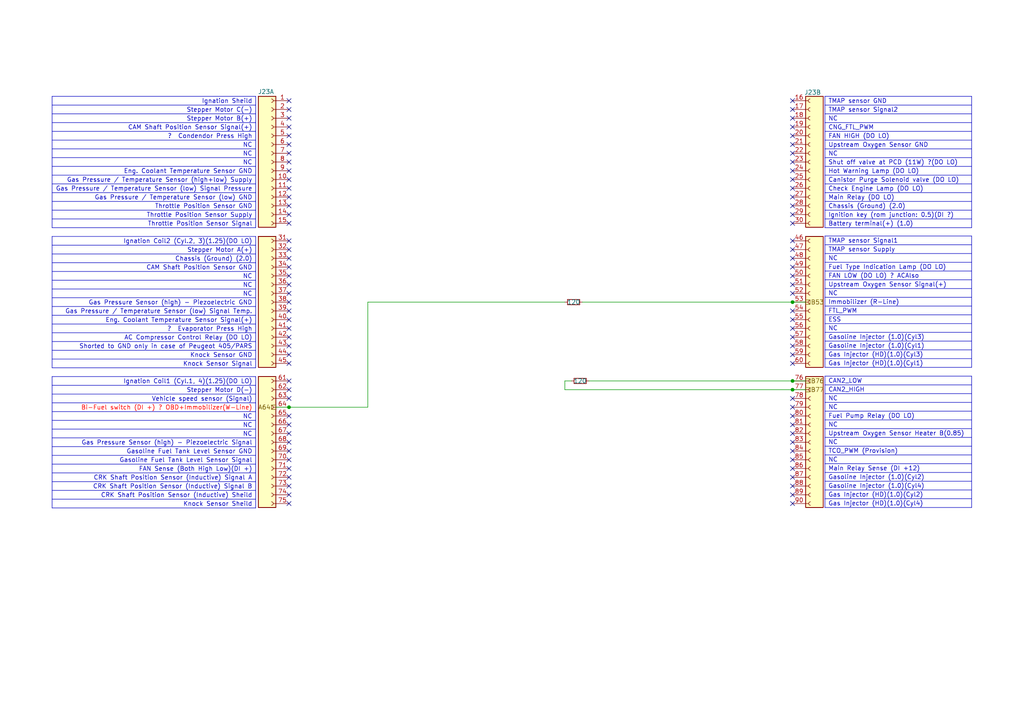
<source format=kicad_sch>
(kicad_sch (version 20250114) (generator "eeschema") (generator_version "9.0")
  (paper "A4")
  (lib_symbols
    (symbol "Conn_01x90_3Row_Socket_1" (pin_names (offset 1.016) (hide yes))
      (property "Reference" "J" (at 1.524 60.833 0))
      (property "Value" "Conn_01x90_3Row_Socket" (at 1.397 -61.214 0))
      (symbol "Conn_01x90_3Row_Socket_1_1_1"
        (pin passive line (at -4.318 58.42 0) (length 3.81) (name "A1") (number "1"))
        (pin passive line (at -4.318 55.88 0) (length 3.81) (name "A2") (number "2"))
        (pin passive line (at -4.318 53.34 0) (length 3.81) (name "A3") (number "3"))
        (pin passive line (at -4.318 50.8 0) (length 3.81) (name "A4") (number "4"))
        (pin passive line (at -4.318 48.26 0) (length 3.81) (name "A5") (number "5"))
        (pin passive line (at -4.318 45.72 0) (length 3.81) (name "A6") (number "6"))
        (pin passive line (at -4.318 43.18 0) (length 3.81) (name "A7") (number "7"))
        (pin passive line (at -4.318 40.64 0) (length 3.81) (name "A8") (number "8"))
        (pin passive line (at -4.318 38.1 0) (length 3.81) (name "A9") (number "9"))
        (pin passive line (at -4.318 35.56 0) (length 3.81) (name "A10") (number "10"))
        (pin passive line (at -4.318 33.02 0) (length 3.81) (name "A11") (number "11"))
        (pin passive line (at -4.318 30.48 0) (length 3.81) (name "A12") (number "12"))
        (pin passive line (at -4.318 27.94 0) (length 3.81) (name "A13") (number "13"))
        (pin passive line (at -4.318 25.4 0) (length 3.81) (name "A14") (number "14"))
        (pin passive line (at -4.318 22.86 0) (length 3.81) (name "A15") (number "15"))
        (pin passive line (at -4.318 17.78 0) (length 3.81) (name "A31") (number "31"))
        (pin passive line (at -4.318 15.24 0) (length 3.81) (name "A32") (number "32"))
        (pin passive line (at -4.318 12.7 0) (length 3.81) (name "A33") (number "33"))
        (pin passive line (at -4.318 10.16 0) (length 3.81) (name "A34") (number "34"))
        (pin passive line (at -4.318 7.62 0) (length 3.81) (name "A35") (number "35"))
        (pin passive line (at -4.318 5.08 0) (length 3.81) (name "A36") (number "36"))
        (pin passive line (at -4.318 2.54 0) (length 3.81) (name "A37") (number "37"))
        (pin passive line (at -4.318 0 0) (length 3.81) (name "A38") (number "38"))
        (pin passive line (at -4.318 -2.54 0) (length 3.81) (name "A39") (number "39"))
        (pin passive line (at -4.318 -5.08 0) (length 3.81) (name "A40") (number "40"))
        (pin passive line (at -4.318 -7.62 0) (length 3.81) (name "A41") (number "41"))
        (pin passive line (at -4.318 -10.16 0) (length 3.81) (name "A42") (number "42"))
        (pin passive line (at -4.318 -12.7 0) (length 3.81) (name "A43") (number "43"))
        (pin passive line (at -4.318 -15.24 0) (length 3.81) (name "A44") (number "44"))
        (pin passive line (at -4.318 -17.78 0) (length 3.81) (name "A45") (number "45"))
        (pin passive line (at -4.318 -22.86 0) (length 3.81) (name "A61") (number "61"))
        (pin passive line (at -4.318 -25.4 0) (length 3.81) (name "A62") (number "62"))
        (pin passive line (at -4.318 -27.94 0) (length 3.81) (name "A63") (number "63"))
        (pin passive line (at -4.318 -30.48 0) (length 3.81) (name "A64") (number "64"))
        (pin passive line (at -4.318 -33.02 0) (length 3.81) (name "A65") (number "65"))
        (pin passive line (at -4.318 -35.56 0) (length 3.81) (name "A66") (number "66"))
        (pin passive line (at -4.318 -38.1 0) (length 3.81) (name "A67") (number "67"))
        (pin passive line (at -4.318 -40.64 0) (length 3.81) (name "A68") (number "68"))
        (pin passive line (at -4.318 -43.18 0) (length 3.81) (name "A69") (number "69"))
        (pin passive line (at -4.318 -45.72 0) (length 3.81) (name "A70") (number "70"))
        (pin passive line (at -4.318 -48.26 0) (length 3.81) (name "A71") (number "71"))
        (pin passive line (at -4.318 -50.8 0) (length 3.81) (name "A72") (number "72"))
        (pin passive line (at -4.318 -53.34 0) (length 3.81) (name "A73") (number "73"))
        (pin passive line (at -4.318 -55.88 0) (length 3.81) (name "A74") (number "74"))
        (pin passive line (at -4.318 -58.42 0) (length 3.81) (name "A75") (number "75"))
      )
      (symbol "Conn_01x90_3Row_Socket_1_2_1"
        (pin passive line (at -4.318 58.42 0) (length 3.81) (name "B16") (number "16"))
        (pin passive line (at -4.318 55.88 0) (length 3.81) (name "B17") (number "17"))
        (pin passive line (at -4.318 53.34 0) (length 3.81) (name "B18") (number "18"))
        (pin passive line (at -4.318 50.8 0) (length 3.81) (name "B19") (number "19"))
        (pin passive line (at -4.318 48.26 0) (length 3.81) (name "B20") (number "20"))
        (pin passive line (at -4.318 45.72 0) (length 3.81) (name "B21") (number "21"))
        (pin passive line (at -4.318 43.18 0) (length 3.81) (name "B22") (number "22"))
        (pin passive line (at -4.318 40.64 0) (length 3.81) (name "B23") (number "23"))
        (pin passive line (at -4.318 38.1 0) (length 3.81) (name "B24") (number "24"))
        (pin passive line (at -4.318 35.56 0) (length 3.81) (name "B25") (number "25"))
        (pin passive line (at -4.318 33.02 0) (length 3.81) (name "B26") (number "26"))
        (pin passive line (at -4.318 30.48 0) (length 3.81) (name "B27") (number "27"))
        (pin passive line (at -4.318 27.94 0) (length 3.81) (name "B28") (number "28"))
        (pin passive line (at -4.318 25.4 0) (length 3.81) (name "B29") (number "29"))
        (pin passive line (at -4.318 22.86 0) (length 3.81) (name "B30") (number "30"))
        (pin passive line (at -4.318 17.78 0) (length 3.81) (name "B46") (number "46"))
        (pin passive line (at -4.318 15.24 0) (length 3.81) (name "B47") (number "47"))
        (pin passive line (at -4.318 12.7 0) (length 3.81) (name "B48") (number "48"))
        (pin passive line (at -4.318 10.16 0) (length 3.81) (name "B49") (number "49"))
        (pin passive line (at -4.318 7.62 0) (length 3.81) (name "B50") (number "50"))
        (pin passive line (at -4.318 5.08 0) (length 3.81) (name "B51") (number "51"))
        (pin passive line (at -4.318 2.54 0) (length 3.81) (name "B52") (number "52"))
        (pin passive line (at -4.318 0 0) (length 3.81) (name "B53") (number "53"))
        (pin passive line (at -4.318 -2.54 0) (length 3.81) (name "B54") (number "54"))
        (pin passive line (at -4.318 -5.08 0) (length 3.81) (name "B55") (number "55"))
        (pin passive line (at -4.318 -7.62 0) (length 3.81) (name "B56") (number "56"))
        (pin passive line (at -4.318 -10.16 0) (length 3.81) (name "B57") (number "57"))
        (pin passive line (at -4.318 -12.7 0) (length 3.81) (name "B58") (number "58"))
        (pin passive line (at -4.318 -15.24 0) (length 3.81) (name "B59") (number "59"))
        (pin passive line (at -4.318 -17.78 0) (length 3.81) (name "B60") (number "60"))
        (pin passive line (at -4.318 -22.86 0) (length 3.81) (name "B76") (number "76"))
        (pin passive line (at -4.318 -25.4 0) (length 3.81) (name "B77") (number "77"))
        (pin passive line (at -4.318 -27.94 0) (length 3.81) (name "B78") (number "78"))
        (pin passive line (at -4.318 -30.48 0) (length 3.81) (name "B79") (number "79"))
        (pin passive line (at -4.318 -33.02 0) (length 3.81) (name "B80") (number "80"))
        (pin passive line (at -4.318 -35.56 0) (length 3.81) (name "B81") (number "81"))
        (pin passive line (at -4.318 -38.1 0) (length 3.81) (name "B82") (number "82"))
        (pin passive line (at -4.318 -40.64 0) (length 3.81) (name "B83") (number "83"))
        (pin passive line (at -4.318 -43.18 0) (length 3.81) (name "B84") (number "84"))
        (pin passive line (at -4.318 -45.72 0) (length 3.81) (name "B85") (number "85"))
        (pin passive line (at -4.318 -48.26 0) (length 3.81) (name "B86") (number "86"))
        (pin passive line (at -4.318 -50.8 0) (length 3.81) (name "B87") (number "87"))
        (pin passive line (at -4.318 -53.34 0) (length 3.81) (name "B88") (number "88"))
        (pin passive line (at -4.318 -55.88 0) (length 3.81) (name "B89") (number "89"))
        (pin passive line (at -4.318 -58.42 0) (length 3.81) (name "B90") (number "90"))
      )
    )
    (symbol "Device:R_Small" (pin_numbers (hide yes)) (pin_names (offset 0.254) (hide yes))
      (property "Reference" "R" (at 0 0 90))
      (property "Value" "R_Small" (at 1.778 0 90))
      (symbol "R_Small_1_1"
        (pin passive line (at 0 2.54 270) (length 0.762) (name "~") (number "1"))
        (pin passive line (at 0 -2.54 90) (length 0.762) (name "~") (number "2"))
      )
    )
    (symbol "sicma_socket:Conn_01x90_3Row_Socket" (pin_names (offset 1.016) (hide yes))
      (property "Reference" "J" (at 1.524 60.833 0))
      (property "Value" "Conn_01x90_3Row_Socket" (at 1.397 -61.214 0))
      (symbol "Conn_01x90_3Row_Socket_1_1"
        (pin passive line (at -4.318 58.42 0) (length 3.81) (name "A1") (number "1"))
        (pin passive line (at -4.318 55.88 0) (length 3.81) (name "A2") (number "2"))
        (pin passive line (at -4.318 53.34 0) (length 3.81) (name "A3") (number "3"))
        (pin passive line (at -4.318 50.8 0) (length 3.81) (name "A4") (number "4"))
        (pin passive line (at -4.318 48.26 0) (length 3.81) (name "A5") (number "5"))
        (pin passive line (at -4.318 45.72 0) (length 3.81) (name "A6") (number "6"))
        (pin passive line (at -4.318 43.18 0) (length 3.81) (name "A7") (number "7"))
        (pin passive line (at -4.318 40.64 0) (length 3.81) (name "A8") (number "8"))
        (pin passive line (at -4.318 38.1 0) (length 3.81) (name "A9") (number "9"))
        (pin passive line (at -4.318 35.56 0) (length 3.81) (name "A10") (number "10"))
        (pin passive line (at -4.318 33.02 0) (length 3.81) (name "A11") (number "11"))
        (pin passive line (at -4.318 30.48 0) (length 3.81) (name "A12") (number "12"))
        (pin passive line (at -4.318 27.94 0) (length 3.81) (name "A13") (number "13"))
        (pin passive line (at -4.318 25.4 0) (length 3.81) (name "A14") (number "14"))
        (pin passive line (at -4.318 22.86 0) (length 3.81) (name "A15") (number "15"))
        (pin passive line (at -4.318 17.78 0) (length 3.81) (name "A31") (number "31"))
        (pin passive line (at -4.318 15.24 0) (length 3.81) (name "A32") (number "32"))
        (pin passive line (at -4.318 12.7 0) (length 3.81) (name "A33") (number "33"))
        (pin passive line (at -4.318 10.16 0) (length 3.81) (name "A34") (number "34"))
        (pin passive line (at -4.318 7.62 0) (length 3.81) (name "A35") (number "35"))
        (pin passive line (at -4.318 5.08 0) (length 3.81) (name "A36") (number "36"))
        (pin passive line (at -4.318 2.54 0) (length 3.81) (name "A37") (number "37"))
        (pin passive line (at -4.318 0 0) (length 3.81) (name "A38") (number "38"))
        (pin passive line (at -4.318 -2.54 0) (length 3.81) (name "A39") (number "39"))
        (pin passive line (at -4.318 -5.08 0) (length 3.81) (name "A40") (number "40"))
        (pin passive line (at -4.318 -7.62 0) (length 3.81) (name "A41") (number "41"))
        (pin passive line (at -4.318 -10.16 0) (length 3.81) (name "A42") (number "42"))
        (pin passive line (at -4.318 -12.7 0) (length 3.81) (name "A43") (number "43"))
        (pin passive line (at -4.318 -15.24 0) (length 3.81) (name "A44") (number "44"))
        (pin passive line (at -4.318 -17.78 0) (length 3.81) (name "A45") (number "45"))
        (pin passive line (at -4.318 -22.86 0) (length 3.81) (name "A61") (number "61"))
        (pin passive line (at -4.318 -25.4 0) (length 3.81) (name "A62") (number "62"))
        (pin passive line (at -4.318 -27.94 0) (length 3.81) (name "A63") (number "63"))
        (pin passive line (at -4.318 -30.48 0) (length 3.81) (name "A64") (number "64"))
        (pin passive line (at -4.318 -33.02 0) (length 3.81) (name "A65") (number "65"))
        (pin passive line (at -4.318 -35.56 0) (length 3.81) (name "A66") (number "66"))
        (pin passive line (at -4.318 -38.1 0) (length 3.81) (name "A67") (number "67"))
        (pin passive line (at -4.318 -40.64 0) (length 3.81) (name "A68") (number "68"))
        (pin passive line (at -4.318 -43.18 0) (length 3.81) (name "A69") (number "69"))
        (pin passive line (at -4.318 -45.72 0) (length 3.81) (name "A70") (number "70"))
        (pin passive line (at -4.318 -48.26 0) (length 3.81) (name "A71") (number "71"))
        (pin passive line (at -4.318 -50.8 0) (length 3.81) (name "A72") (number "72"))
        (pin passive line (at -4.318 -53.34 0) (length 3.81) (name "A73") (number "73"))
        (pin passive line (at -4.318 -55.88 0) (length 3.81) (name "A74") (number "74"))
        (pin passive line (at -4.318 -58.42 0) (length 3.81) (name "A75") (number "75"))
      )
      (symbol "Conn_01x90_3Row_Socket_2_1"
        (pin passive line (at -4.318 58.42 0) (length 3.81) (name "B16") (number "16"))
        (pin passive line (at -4.318 55.88 0) (length 3.81) (name "B17") (number "17"))
        (pin passive line (at -4.318 53.34 0) (length 3.81) (name "B18") (number "18"))
        (pin passive line (at -4.318 50.8 0) (length 3.81) (name "B19") (number "19"))
        (pin passive line (at -4.318 48.26 0) (length 3.81) (name "B20") (number "20"))
        (pin passive line (at -4.318 45.72 0) (length 3.81) (name "B21") (number "21"))
        (pin passive line (at -4.318 43.18 0) (length 3.81) (name "B22") (number "22"))
        (pin passive line (at -4.318 40.64 0) (length 3.81) (name "B23") (number "23"))
        (pin passive line (at -4.318 38.1 0) (length 3.81) (name "B24") (number "24"))
        (pin passive line (at -4.318 35.56 0) (length 3.81) (name "B25") (number "25"))
        (pin passive line (at -4.318 33.02 0) (length 3.81) (name "B26") (number "26"))
        (pin passive line (at -4.318 30.48 0) (length 3.81) (name "B27") (number "27"))
        (pin passive line (at -4.318 27.94 0) (length 3.81) (name "B28") (number "28"))
        (pin passive line (at -4.318 25.4 0) (length 3.81) (name "B29") (number "29"))
        (pin passive line (at -4.318 22.86 0) (length 3.81) (name "B30") (number "30"))
        (pin passive line (at -4.318 17.78 0) (length 3.81) (name "B46") (number "46"))
        (pin passive line (at -4.318 15.24 0) (length 3.81) (name "B47") (number "47"))
        (pin passive line (at -4.318 12.7 0) (length 3.81) (name "B48") (number "48"))
        (pin passive line (at -4.318 10.16 0) (length 3.81) (name "B49") (number "49"))
        (pin passive line (at -4.318 7.62 0) (length 3.81) (name "B50") (number "50"))
        (pin passive line (at -4.318 5.08 0) (length 3.81) (name "B51") (number "51"))
        (pin passive line (at -4.318 2.54 0) (length 3.81) (name "B52") (number "52"))
        (pin passive line (at -4.318 0 0) (length 3.81) (name "B53") (number "53"))
        (pin passive line (at -4.318 -2.54 0) (length 3.81) (name "B54") (number "54"))
        (pin passive line (at -4.318 -5.08 0) (length 3.81) (name "B55") (number "55"))
        (pin passive line (at -4.318 -7.62 0) (length 3.81) (name "B56") (number "56"))
        (pin passive line (at -4.318 -10.16 0) (length 3.81) (name "B57") (number "57"))
        (pin passive line (at -4.318 -12.7 0) (length 3.81) (name "B58") (number "58"))
        (pin passive line (at -4.318 -15.24 0) (length 3.81) (name "B59") (number "59"))
        (pin passive line (at -4.318 -17.78 0) (length 3.81) (name "B60") (number "60"))
        (pin passive line (at -4.318 -22.86 0) (length 3.81) (name "B76") (number "76"))
        (pin passive line (at -4.318 -25.4 0) (length 3.81) (name "B77") (number "77"))
        (pin passive line (at -4.318 -27.94 0) (length 3.81) (name "B78") (number "78"))
        (pin passive line (at -4.318 -30.48 0) (length 3.81) (name "B79") (number "79"))
        (pin passive line (at -4.318 -33.02 0) (length 3.81) (name "B80") (number "80"))
        (pin passive line (at -4.318 -35.56 0) (length 3.81) (name "B81") (number "81"))
        (pin passive line (at -4.318 -38.1 0) (length 3.81) (name "B82") (number "82"))
        (pin passive line (at -4.318 -40.64 0) (length 3.81) (name "B83") (number "83"))
        (pin passive line (at -4.318 -43.18 0) (length 3.81) (name "B84") (number "84"))
        (pin passive line (at -4.318 -45.72 0) (length 3.81) (name "B85") (number "85"))
        (pin passive line (at -4.318 -48.26 0) (length 3.81) (name "B86") (number "86"))
        (pin passive line (at -4.318 -50.8 0) (length 3.81) (name "B87") (number "87"))
        (pin passive line (at -4.318 -53.34 0) (length 3.81) (name "B88") (number "88"))
        (pin passive line (at -4.318 -55.88 0) (length 3.81) (name "B89") (number "89"))
        (pin passive line (at -4.318 -58.42 0) (length 3.81) (name "B90") (number "90"))
      )
    )
  )
  (junction (at 229.87 113.03))
  (junction (at 83.82 118.11))
  (junction (at 229.87 110.49))
  (junction (at 229.87 87.63))
  (no_connect (at 83.82 130.81))
  (no_connect (at 229.87 29.21))
  (no_connect (at 229.87 82.55))
  (no_connect (at 83.82 138.43))
  (no_connect (at 83.82 62.23))
  (no_connect (at 229.87 92.71))
  (no_connect (at 229.87 57.15))
  (no_connect (at 83.82 36.83))
  (no_connect (at 229.87 118.11))
  (no_connect (at 229.87 105.41))
  (no_connect (at 229.87 128.27))
  (no_connect (at 229.87 31.75))
  (no_connect (at 229.87 135.89))
  (no_connect (at 83.82 74.93))
  (no_connect (at 229.87 64.77))
  (no_connect (at 83.82 90.17))
  (no_connect (at 229.87 36.83))
  (no_connect (at 83.82 95.25))
  (no_connect (at 83.82 125.73))
  (no_connect (at 83.82 34.29))
  (no_connect (at 83.82 97.79))
  (no_connect (at 229.87 90.17))
  (no_connect (at 229.87 85.09))
  (no_connect (at 229.87 34.29))
  (no_connect (at 229.87 80.01))
  (no_connect (at 83.82 87.63))
  (no_connect (at 229.87 120.65))
  (no_connect (at 83.82 31.75))
  (no_connect (at 83.82 52.07))
  (no_connect (at 229.87 62.23))
  (no_connect (at 83.82 92.71))
  (no_connect (at 83.82 44.45))
  (no_connect (at 229.87 138.43))
  (no_connect (at 229.87 39.37))
  (no_connect (at 83.82 39.37))
  (no_connect (at 83.82 115.57))
  (no_connect (at 229.87 146.05))
  (no_connect (at 229.87 143.51))
  (no_connect (at 83.82 100.33))
  (no_connect (at 83.82 29.21))
  (no_connect (at 83.82 105.41))
  (no_connect (at 83.82 123.19))
  (no_connect (at 83.82 120.65))
  (no_connect (at 83.82 140.97))
  (no_connect (at 83.82 54.61))
  (no_connect (at 83.82 85.09))
  (no_connect (at 229.87 41.91))
  (no_connect (at 229.87 102.87))
  (no_connect (at 83.82 69.85))
  (no_connect (at 229.87 74.93))
  (no_connect (at 229.87 130.81))
  (no_connect (at 229.87 140.97))
  (no_connect (at 229.87 97.79))
  (no_connect (at 83.82 77.47))
  (no_connect (at 229.87 49.53))
  (no_connect (at 229.87 95.25))
  (no_connect (at 83.82 82.55))
  (no_connect (at 83.82 143.51))
  (no_connect (at 229.87 54.61))
  (no_connect (at 83.82 64.77))
  (no_connect (at 229.87 44.45))
  (no_connect (at 229.87 69.85))
  (no_connect (at 83.82 135.89))
  (no_connect (at 229.87 46.99))
  (no_connect (at 83.82 46.99))
  (no_connect (at 83.82 110.49))
  (no_connect (at 83.82 59.69))
  (no_connect (at 229.87 125.73))
  (no_connect (at 229.87 133.35))
  (no_connect (at 83.82 128.27))
  (no_connect (at 229.87 123.19))
  (no_connect (at 83.82 72.39))
  (no_connect (at 229.87 52.07))
  (no_connect (at 229.87 115.57))
  (no_connect (at 83.82 57.15))
  (no_connect (at 229.87 77.47))
  (no_connect (at 83.82 102.87))
  (no_connect (at 83.82 133.35))
  (no_connect (at 83.82 41.91))
  (no_connect (at 229.87 100.33))
  (no_connect (at 83.82 146.05))
  (no_connect (at 83.82 113.03))
  (no_connect (at 229.87 59.69))
  (no_connect (at 83.82 80.01))
  (no_connect (at 83.82 49.53))
  (no_connect (at 229.87 72.39))
  (wire (pts (xy 229.87 113.03) (xy 233.68 113.03)))
  (wire (pts (xy 163.83 110.49) (xy 165.735 110.49)))
  (wire (pts (xy 170.815 110.49) (xy 229.87 110.49)))
  (wire (pts (xy 229.87 110.49) (xy 233.68 110.49)))
  (wire (pts (xy 233.68 87.63) (xy 229.87 87.63)))
  (wire (pts (xy 163.83 113.03) (xy 163.83 110.49)))
  (wire (pts (xy 83.82 118.11) (xy 106.68 118.11)))
  (wire (pts (xy 163.83 113.03) (xy 229.87 113.03)))
  (wire (pts (xy 168.91 87.63) (xy 229.87 87.63)))
  (wire (pts (xy 163.83 87.63) (xy 106.68 87.63)))
  (wire (pts (xy 80.01 118.11) (xy 83.82 118.11)))
  (wire (pts (xy 106.68 87.63) (xy 106.68 118.11)))
  (table (column_count 1) (border (external yes) (header yes)) (separators (rows yes) (cols yes)) (column_widths 42.545) (row_heights 2.54 2.54 2.54 2.54 2.54 2.54 2.54 2.54 2.54 2.54 2.54 2.54 2.54 2.54 2.54) (cells (table_cell "CAN2_LOW" (at 239.268 109.093 0) (size 42.545 2.54) (margins 0.9525 0.9525 0.9525 0.9525) (span 1 1)) (table_cell "CAN2_HIGH" (at 239.268 111.633 0) (size 42.545 2.54) (margins 0.9525 0.9525 0.9525 0.9525) (span 1 1)) (table_cell "NC" (at 239.268 114.173 0) (size 42.545 2.54) (margins 0.9525 0.9525 0.9525 0.9525) (span 1 1)) (table_cell "NC" (at 239.268 116.713 0) (size 42.545 2.54) (margins 0.9525 0.9525 0.9525 0.9525) (span 1 1)) (table_cell "Fuel Pump Relay (DO LO)" (at 239.268 119.253 0) (size 42.545 2.54) (margins 0.9525 0.9525 0.9525 0.9525) (span 1 1)) (table_cell "NC" (at 239.268 121.793 0) (size 42.545 2.54) (margins 0.9525 0.9525 0.9525 0.9525) (span 1 1)) (table_cell "Upstream Oxygen Sensor Heater B(0.85)" (at 239.268 124.333 0) (size 42.545 2.54) (margins 0.9525 0.9525 0.9525 0.9525) (span 1 1)) (table_cell "NC" (at 239.268 126.873 0) (size 42.545 2.54) (margins 0.9525 0.9525 0.9525 0.9525) (span 1 1)) (table_cell "TCO_PWM (Provision)" (at 239.268 129.413 0) (size 42.545 2.54) (margins 0.9525 0.9525 0.9525 0.9525) (span 1 1)) (table_cell "NC" (at 239.268 131.953 0) (size 42.545 2.54) (margins 0.9525 0.9525 0.9525 0.9525) (span 1 1)) (table_cell "Main Relay Sense (DI +12)" (at 239.268 134.493 0) (size 42.545 2.54) (margins 0.9525 0.9525 0.9525 0.9525) (span 1 1)) (table_cell "Gasoline Injector (1.0)(Cyl2)" (at 239.268 137.033 0) (size 42.545 2.54) (margins 0.9525 0.9525 0.9525 0.9525) (span 1 1)) (table_cell "Gasoline Injector (1.0)(Cyl4)" (at 239.268 139.573 0) (size 42.545 2.54) (margins 0.9525 0.9525 0.9525 0.9525) (span 1 1)) (table_cell "Gas Injector (HD)(1.0)(Cyl2)" (at 239.268 142.113 0) (size 42.545 2.54) (margins 0.9525 0.9525 0.9525 0.9525) (span 1 1)) (table_cell "Gas Injector (HD)(1.0)(Cyl4)" (at 239.268 144.653 0) (size 42.545 2.54) (margins 0.9525 0.9525 0.9525 0.9525) (span 1 1))))
  (table (column_count 1) (border (external yes) (header no)) (separators (rows yes) (cols no)) (column_widths 59.055) (row_heights 2.54 2.54 2.54 2.54 2.54 2.54 2.54 2.54 2.54 2.54 2.54 2.54 2.54 2.54 2.54) (cells (table_cell "Ignation Sheild" (at 15.113 27.94 0) (size 59.055 2.54) (margins 0.9525 0.9525 0.9525 0.9525) (span 1 1)) (table_cell "Stepper Motor C(-)" (at 15.113 30.48 0) (size 59.055 2.54) (margins 0.9525 0.9525 0.9525 0.9525) (span 1 1)) (table_cell "Stepper Motor B(+)" (at 15.113 33.02 0) (size 59.055 2.54) (margins 0.9525 0.9525 0.9525 0.9525) (span 1 1)) (table_cell "CAM Shaft Position Sensor Signal(+)" (at 15.113 35.56 0) (size 59.055 2.54) (margins 0.9525 0.9525 0.9525 0.9525) (span 1 1)) (table_cell "?  Condendor Press High" (at 15.113 38.1 0) (size 59.055 2.54) (margins 0.9525 0.9525 0.9525 0.9525) (span 1 1)) (table_cell "NC" (at 15.113 40.64 0) (size 59.055 2.54) (margins 0.9525 0.9525 0.9525 0.9525) (span 1 1)) (table_cell "NC" (at 15.113 43.18 0) (size 59.055 2.54) (margins 0.9525 0.9525 0.9525 0.9525) (span 1 1)) (table_cell "NC" (at 15.113 45.72 0) (size 59.055 2.54) (margins 0.9525 0.9525 0.9525 0.9525) (span 1 1)) (table_cell "Eng. Coolant Temperature Sensor GND" (at 15.113 48.26 0) (size 59.055 2.54) (margins 0.9525 0.9525 0.9525 0.9525) (span 1 1)) (table_cell "Gas Pressure / Temperature Sensor (high+low) Supply" (at 15.113 50.8 0) (size 59.055 2.54) (margins 0.9525 0.9525 0.9525 0.9525) (span 1 1)) (table_cell "Gas Pressure / Temperature Sensor (low) Signal Pressure" (at 15.113 53.34 0) (size 59.055 2.54) (margins 0.9525 0.9525 0.9525 0.9525) (span 1 1)) (table_cell "Gas Pressure / Temperature Sensor (low) GND" (at 15.113 55.88 0) (size 59.055 2.54) (margins 0.9525 0.9525 0.9525 0.9525) (span 1 1)) (table_cell "Throttle Position Sensor GND" (at 15.113 58.42 0) (size 59.055 2.54) (margins 0.9525 0.9525 0.9525 0.9525) (span 1 1)) (table_cell "Throttle Position Sensor Supply" (at 15.113 60.96 0) (size 59.055 2.54) (margins 0.9525 0.9525 0.9525 0.9525) (span 1 1)) (table_cell "Throttle Position Sensor Signal" (at 15.113 63.5 0) (size 59.055 2.54) (margins 0.9525 0.9525 0.9525 0.9525) (span 1 1))))
  (table (column_count 1) (border (external yes) (header yes)) (separators (rows yes) (cols yes)) (column_widths 42.545) (row_heights 2.54 2.54 2.54 2.54 2.54 2.54 2.54 2.54 2.54 2.54 2.54 2.54 2.54 2.54 2.54) (cells (table_cell "TMAP sensor Signal1" (at 239.268 68.453 0) (size 42.545 2.54) (margins 0.9525 0.9525 0.9525 0.9525) (span 1 1)) (table_cell "TMAP sensor Supply" (at 239.268 70.993 0) (size 42.545 2.54) (margins 0.9525 0.9525 0.9525 0.9525) (span 1 1)) (table_cell "NC" (at 239.268 73.533 0) (size 42.545 2.54) (margins 0.9525 0.9525 0.9525 0.9525) (span 1 1)) (table_cell "Fuel Type Indication Lamp (DO LO)" (at 239.268 76.073 0) (size 42.545 2.54) (margins 0.9525 0.9525 0.9525 0.9525) (span 1 1)) (table_cell "FAN LOW (DO LO) ? ACAlso" (at 239.268 78.613 0) (size 42.545 2.54) (margins 0.9525 0.9525 0.9525 0.9525) (span 1 1)) (table_cell "Upstream Oxygen Sensor Signal(+)" (at 239.268 81.153 0) (size 42.545 2.54) (margins 0.9525 0.9525 0.9525 0.9525) (span 1 1)) (table_cell "NC" (at 239.268 83.693 0) (size 42.545 2.54) (margins 0.9525 0.9525 0.9525 0.9525) (span 1 1)) (table_cell "Immobilizer (R-Line)" (at 239.268 86.233 0) (size 42.545 2.54) (margins 0.9525 0.9525 0.9525 0.9525) (span 1 1)) (table_cell "FTL_PWM" (at 239.268 88.773 0) (size 42.545 2.54) (margins 0.9525 0.9525 0.9525 0.9525) (span 1 1)) (table_cell "ESS" (at 239.268 91.313 0) (size 42.545 2.54) (margins 0.9525 0.9525 0.9525 0.9525) (span 1 1)) (table_cell "NC" (at 239.268 93.853 0) (size 42.545 2.54) (margins 0.9525 0.9525 0.9525 0.9525) (span 1 1)) (table_cell "Gasoline Injector (1.0)(Cyl3)" (at 239.268 96.393 0) (size 42.545 2.54) (margins 0.9525 0.9525 0.9525 0.9525) (span 1 1)) (table_cell "Gasoline Injector (1.0)(Cyl1)" (at 239.268 98.933 0) (size 42.545 2.54) (margins 0.9525 0.9525 0.9525 0.9525) (span 1 1)) (table_cell "Gas Injector (HD)(1.0)(Cyl3)" (at 239.268 101.473 0) (size 42.545 2.54) (margins 0.9525 0.9525 0.9525 0.9525) (span 1 1)) (table_cell "Gas Injector (HD)(1.0)(Cyl1)" (at 239.268 104.013 0) (size 42.545 2.54) (margins 0.9525 0.9525 0.9525 0.9525) (span 1 1))))
  (table (column_count 1) (border (external yes) (header yes)) (separators (rows yes) (cols yes)) (column_widths 59.055) (row_heights 2.54 2.54 2.54 2.54 2.54 2.54 2.54 2.54 2.54 2.54 2.54 2.54 2.54 2.54 2.54) (cells (table_cell "Ignation Coil2 (Cyl.2, 3)(1.25)(DO LO)" (at 15.113 68.58 0) (size 59.055 2.54) (margins 0.9525 0.9525 0.9525 0.9525) (span 1 1)) (table_cell "Stepper Motor A(+)" (at 15.113 71.12 0) (size 59.055 2.54) (margins 0.9525 0.9525 0.9525 0.9525) (span 1 1)) (table_cell "Chassis (Ground) (2.0)" (at 15.113 73.66 0) (size 59.055 2.54) (margins 0.9525 0.9525 0.9525 0.9525) (span 1 1)) (table_cell "CAM Shaft Position Sensor GND" (at 15.113 76.2 0) (size 59.055 2.54) (margins 0.9525 0.9525 0.9525 0.9525) (span 1 1)) (table_cell "NC" (at 15.113 78.74 0) (size 59.055 2.54) (margins 0.9525 0.9525 0.9525 0.9525) (span 1 1)) (table_cell "NC" (at 15.113 81.28 0) (size 59.055 2.54) (margins 0.9525 0.9525 0.9525 0.9525) (span 1 1)) (table_cell "NC" (at 15.113 83.82 0) (size 59.055 2.54) (margins 0.9525 0.9525 0.9525 0.9525) (span 1 1)) (table_cell "Gas Pressure Sensor (high) - Piezoelectric GND" (at 15.113 86.36 0) (size 59.055 2.54) (margins 0.9525 0.9525 0.9525 0.9525) (span 1 1)) (table_cell "Gas Pressure / Temperature Sensor (low) Signal Temp." (at 15.113 88.9 0) (size 59.055 2.54) (margins 0.9525 0.9525 0.9525 0.9525) (span 1 1)) (table_cell "Eng. Coolant Temperature Sensor Signal(+)" (at 15.113 91.44 0) (size 59.055 2.54) (margins 0.9525 0.9525 0.9525 0.9525) (span 1 1)) (table_cell "?  Evaporator Press High" (at 15.113 93.98 0) (size 59.055 2.54) (margins 0.9525 0.9525 0.9525 0.9525) (span 1 1)) (table_cell "AC Compressor Control Relay (DO LO)" (at 15.113 96.52 0) (size 59.055 2.54) (margins 0.9525 0.9525 0.9525 0.9525) (span 1 1)) (table_cell "Shorted to GND only in case of Peugeot 405/PARS" (at 15.113 99.06 0) (size 59.055 2.54) (margins 0.9525 0.9525 0.9525 0.9525) (span 1 1)) (table_cell "Knock Sensor GND" (at 15.113 101.6 0) (size 59.055 2.54) (margins 0.9525 0.9525 0.9525 0.9525) (span 1 1)) (table_cell "Knock Sensor Signal" (at 15.113 104.14 0) (size 59.055 2.54) (margins 0.9525 0.9525 0.9525 0.9525) (span 1 1))))
  (table (column_count 1) (border (external yes) (header yes)) (separators (rows yes) (cols yes)) (column_widths 59.055) (row_heights 2.54 2.54 2.54 2.54 2.54 2.54 2.54 2.54 2.54 2.54 2.54 2.54 2.54 2.54 2.54) (cells (table_cell "Ignation Coil1 (Cyl.1, 4)(1.25)(DO LO)" (at 15.113 109.22 0) (size 59.055 2.54) (margins 0.9525 0.9525 0.9525 0.9525) (span 1 1)) (table_cell "Stepper Motor D(-)" (at 15.113 111.76 0) (size 59.055 2.54) (margins 0.9525 0.9525 0.9525 0.9525) (span 1 1)) (table_cell "Vehicle speed sensor (Signal)" (at 15.113 114.3 0) (size 59.055 2.54) (margins 0.9525 0.9525 0.9525 0.9525) (span 1 1)) (table_cell "Bi-Fuel switch (DI +) ? OBD+Immobilizer(W-Line)" (at 15.113 116.84 0) (size 59.055 2.54) (margins 0.9525 0.9525 0.9525 0.9525) (span 1 1)) (table_cell "NC" (at 15.113 119.38 0) (size 59.055 2.54) (margins 0.9525 0.9525 0.9525 0.9525) (span 1 1)) (table_cell "NC" (at 15.113 121.92 0) (size 59.055 2.54) (margins 0.9525 0.9525 0.9525 0.9525) (span 1 1)) (table_cell "NC" (at 15.113 124.46 0) (size 59.055 2.54) (margins 0.9525 0.9525 0.9525 0.9525) (span 1 1)) (table_cell "Gas Pressure Sensor (high) - Piezoelectric Signal" (at 15.113 127 0) (size 59.055 2.54) (margins 0.9525 0.9525 0.9525 0.9525) (span 1 1)) (table_cell "Gasoline Fuel Tank Level Sensor GND" (at 15.113 129.54 0) (size 59.055 2.54) (margins 0.9525 0.9525 0.9525 0.9525) (span 1 1)) (table_cell "Gasoline Fuel Tank Level Sensor Signal" (at 15.113 132.08 0) (size 59.055 2.54) (margins 0.9525 0.9525 0.9525 0.9525) (span 1 1)) (table_cell "FAN Sense (Both High Low)(DI +)" (at 15.113 134.62 0) (size 59.055 2.54) (margins 0.9525 0.9525 0.9525 0.9525) (span 1 1)) (table_cell "CRK Shaft Position Sensor (Inductive) Signal A" (at 15.113 137.16 0) (size 59.055 2.54) (margins 0.9525 0.9525 0.9525 0.9525) (span 1 1)) (table_cell "CRK Shaft Position Sensor (Inductive) Signal B" (at 15.113 139.7 0) (size 59.055 2.54) (margins 0.9525 0.9525 0.9525 0.9525) (span 1 1)) (table_cell "CRK Shaft Position Sensor (Inductive) Sheild" (at 15.113 142.24 0) (size 59.055 2.54) (margins 0.9525 0.9525 0.9525 0.9525) (span 1 1)) (table_cell "Knock Sensor Sheild" (at 15.113 144.78 0) (size 59.055 2.54) (margins 0.9525 0.9525 0.9525 0.9525) (span 1 1))))
  (table (column_count 1) (border (external yes) (header yes)) (separators (rows yes) (cols yes)) (column_widths 42.545) (row_heights 2.54 2.54 2.54 2.54 2.54 2.54 2.54 2.54 2.54 2.54 2.54 2.54 2.54 2.54 2.54) (cells (table_cell "TMAP sensor GND" (at 239.268 27.94 0) (size 42.545 2.54) (margins 0.9525 0.9525 0.9525 0.9525) (span 1 1)) (table_cell "TMAP sensor Signal2" (at 239.268 30.48 0) (size 42.545 2.54) (margins 0.9525 0.9525 0.9525 0.9525) (span 1 1)) (table_cell "NC" (at 239.268 33.02 0) (size 42.545 2.54) (margins 0.9525 0.9525 0.9525 0.9525) (span 1 1)) (table_cell "CNG_FTL_PWM" (at 239.268 35.56 0) (size 42.545 2.54) (margins 0.9525 0.9525 0.9525 0.9525) (span 1 1)) (table_cell "FAN HIGH (DO LO)" (at 239.268 38.1 0) (size 42.545 2.54) (margins 0.9525 0.9525 0.9525 0.9525) (span 1 1)) (table_cell "Upstream Oxygen Sensor GND" (at 239.268 40.64 0) (size 42.545 2.54) (margins 0.9525 0.9525 0.9525 0.9525) (span 1 1)) (table_cell "NC" (at 239.268 43.18 0) (size 42.545 2.54) (margins 0.9525 0.9525 0.9525 0.9525) (span 1 1)) (table_cell "Shut off valve at PCD (11W) ?(DO LO)" (at 239.268 45.72 0) (size 42.545 2.54) (margins 0.9525 0.9525 0.9525 0.9525) (span 1 1)) (table_cell "Hot Warning Lamp (DO LO)" (at 239.268 48.26 0) (size 42.545 2.54) (margins 0.9525 0.9525 0.9525 0.9525) (span 1 1)) (table_cell "Canistor Purge Solenoid valve (DO LO)" (at 239.268 50.8 0) (size 42.545 2.54) (margins 0.9525 0.9525 0.9525 0.9525) (span 1 1)) (table_cell "Check Engine Lamp (DO LO)" (at 239.268 53.34 0) (size 42.545 2.54) (margins 0.9525 0.9525 0.9525 0.9525) (span 1 1)) (table_cell "Main Relay (DO LO)" (at 239.268 55.88 0) (size 42.545 2.54) (margins 0.9525 0.9525 0.9525 0.9525) (span 1 1)) (table_cell "Chassis (Ground) (2.0)" (at 239.268 58.42 0) (size 42.545 2.54) (margins 0.9525 0.9525 0.9525 0.9525) (span 1 1)) (table_cell "Ignition key (rom junction: 0.5)(DI ?)" (at 239.268 60.96 0) (size 42.545 2.54) (margins 0.9525 0.9525 0.9525 0.9525) (span 1 1)) (table_cell "Battery terminal(+) (1.0)" (at 239.268 63.5 0) (size 42.545 2.54) (margins 0.9525 0.9525 0.9525 0.9525) (span 1 1))))
  (hierarchical_label "B77" (shape passive) (at 233.68 113.03 0))
  (hierarchical_label "A64" (shape passive) (at 80.01 118.11 180))
  (hierarchical_label "B53" (shape passive) (at 233.68 87.63 0))
  (hierarchical_label "B76" (shape passive) (at 233.68 110.49 0))
  (symbol (lib_name "Conn_01x90_3Row_Socket_1") (lib_id "sicma_socket:Conn_01x90_3Row_Socket") (at 234.188 87.63 0) (unit 2)
    (property "Reference" "J23" (at 235.712 26.797 0))
    (property "Value" "Conn_01x90_3Row_Socket" (effects (hide yes)))
    (property "Description" "\"Duble connector, triple row, 03x30, unit letter first pin numbering scheme (pin number form 1 to 90\"" (effects (hide yes)))
  )
  (symbol (lib_id "Device:R_Small") (at 166.37 87.63 270) (unit 1) (in_bom no) (on_board no)
    (property "Reference" "R137" (effects (hide yes)))
    (property "Value" "120" (at 164.465 87.63 90) (effects (justify left)))
    (property "Footprint" "Resistor_SMD:R_0603_1608Metric" (effects (hide yes)))
    (property "Description" "Resistor, small symbol" (effects (hide yes)))
    (property "LCSC" "C22787" (effects (hide yes)))
    (property "LCSC_ext" "0" (effects (hide yes)))
  )
  (symbol (lib_id "sicma_socket:Conn_01x90_3Row_Socket") (at 79.502 87.63 0) (mirror y) (unit 1)
    (property "Reference" "J23" (at 79.502 26.6064 0) (effects (justify left)))
    (property "Value" "Conn_01x90_3Row_Socket" (effects (hide yes)))
    (property "Description" "\"Duble connector, triple row, 03x30, unit letter first pin numbering scheme (pin number form 1 to 90\"" (effects (hide yes)))
  )
  (symbol (lib_id "Device:R_Small") (at 168.275 110.49 90) (mirror x) (unit 1) (in_bom no) (on_board no)
    (property "Reference" "R138" (effects (hide yes)))
    (property "Value" "120" (at 170.18 110.49 90) (effects (justify left)))
    (property "Footprint" "Resistor_SMD:R_0603_1608Metric" (effects (hide yes)))
    (property "Description" "Resistor, small symbol" (effects (hide yes)))
    (property "LCSC" "C22787" (effects (hide yes)))
    (property "LCSC_ext" "0" (effects (hide yes)))
  )
)
</source>
